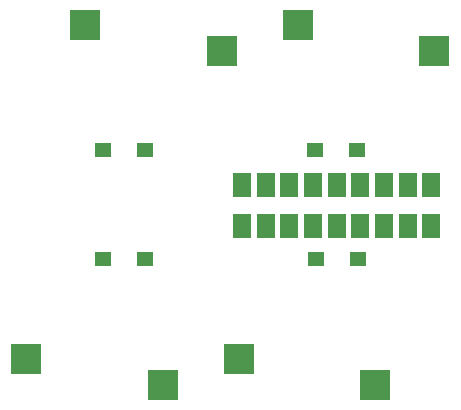
<source format=gbr>
%TF.GenerationSoftware,KiCad,Pcbnew,(6.0.6)*%
%TF.CreationDate,2022-07-28T22:43:09-07:00*%
%TF.ProjectId,left_thumb_routed,6c656674-5f74-4687-956d-625f726f7574,v1.0.0*%
%TF.SameCoordinates,Original*%
%TF.FileFunction,Paste,Bot*%
%TF.FilePolarity,Positive*%
%FSLAX46Y46*%
G04 Gerber Fmt 4.6, Leading zero omitted, Abs format (unit mm)*
G04 Created by KiCad (PCBNEW (6.0.6)) date 2022-07-28 22:43:09*
%MOMM*%
%LPD*%
G01*
G04 APERTURE LIST*
%ADD10R,2.600000X2.600000*%
%ADD11R,1.400000X1.300000*%
%ADD12R,1.500000X2.000000*%
G04 APERTURE END LIST*
D10*
%TO.C,SW35*%
X-88275000Y-36850000D03*
X-76725000Y-39050000D03*
%TD*%
%TO.C,SW33*%
X-81725000Y-67350000D03*
X-93275000Y-65150000D03*
%TD*%
D11*
%TO.C,D36*%
X-65250000Y-47500000D03*
X-68800000Y-47500000D03*
%TD*%
%TO.C,D35*%
X-83250000Y-47500000D03*
X-86800000Y-47500000D03*
%TD*%
D12*
%TO.C,J7*%
X-59000000Y-50400000D03*
X-59000000Y-53900000D03*
X-61000000Y-53900000D03*
X-61000000Y-50400000D03*
X-63000000Y-50400000D03*
X-63000000Y-53900000D03*
X-65000000Y-53900000D03*
X-65000000Y-50400000D03*
X-67000000Y-50400000D03*
X-67000000Y-53900000D03*
X-69000000Y-53900000D03*
X-69000000Y-50400000D03*
X-71000000Y-53900000D03*
X-71000000Y-50400000D03*
X-73000000Y-53900000D03*
X-73000000Y-50400000D03*
X-75000000Y-50400000D03*
X-75000000Y-53900000D03*
%TD*%
D10*
%TO.C,SW34*%
X-63725000Y-67350000D03*
X-75275000Y-65150000D03*
%TD*%
D11*
%TO.C,D33*%
X-86750000Y-56700000D03*
X-83200000Y-56700000D03*
%TD*%
D10*
%TO.C,SW36*%
X-70275000Y-36850000D03*
X-58725000Y-39050000D03*
%TD*%
D11*
%TO.C,D34*%
X-68750000Y-56700000D03*
X-65200000Y-56700000D03*
%TD*%
M02*

</source>
